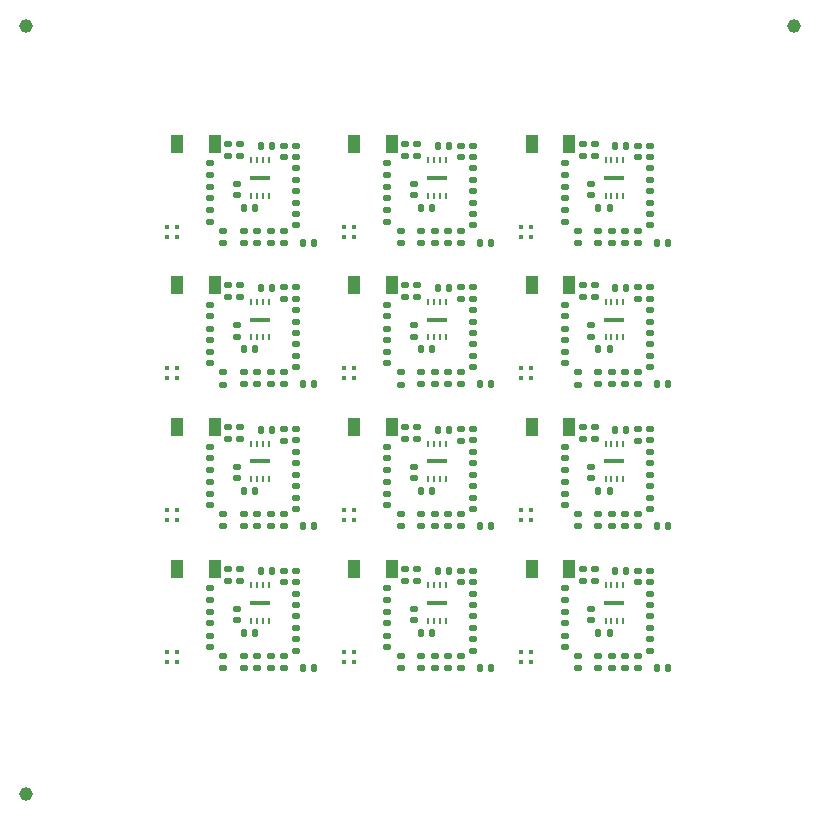
<source format=gbp>
G04 #@! TF.GenerationSoftware,KiCad,Pcbnew,7.0.2-6a45011f42~172~ubuntu22.04.1*
G04 #@! TF.CreationDate,2023-05-28T07:21:03+08:00*
G04 #@! TF.ProjectId,panel_4_3,70616e65-6c5f-4345-9f33-2e6b69636164,rev?*
G04 #@! TF.SameCoordinates,Original*
G04 #@! TF.FileFunction,Paste,Bot*
G04 #@! TF.FilePolarity,Positive*
%FSLAX46Y46*%
G04 Gerber Fmt 4.6, Leading zero omitted, Abs format (unit mm)*
G04 Created by KiCad (PCBNEW 7.0.2-6a45011f42~172~ubuntu22.04.1) date 2023-05-28 07:21:03*
%MOMM*%
%LPD*%
G01*
G04 APERTURE LIST*
G04 Aperture macros list*
%AMRoundRect*
0 Rectangle with rounded corners*
0 $1 Rounding radius*
0 $2 $3 $4 $5 $6 $7 $8 $9 X,Y pos of 4 corners*
0 Add a 4 corners polygon primitive as box body*
4,1,4,$2,$3,$4,$5,$6,$7,$8,$9,$2,$3,0*
0 Add four circle primitives for the rounded corners*
1,1,$1+$1,$2,$3*
1,1,$1+$1,$4,$5*
1,1,$1+$1,$6,$7*
1,1,$1+$1,$8,$9*
0 Add four rect primitives between the rounded corners*
20,1,$1+$1,$2,$3,$4,$5,0*
20,1,$1+$1,$4,$5,$6,$7,0*
20,1,$1+$1,$6,$7,$8,$9,0*
20,1,$1+$1,$8,$9,$2,$3,0*%
G04 Aperture macros list end*
%ADD10C,1.152000*%
%ADD11RoundRect,0.140000X0.170000X-0.140000X0.170000X0.140000X-0.170000X0.140000X-0.170000X-0.140000X0*%
%ADD12R,0.450000X0.450000*%
%ADD13RoundRect,0.135000X-0.185000X0.135000X-0.185000X-0.135000X0.185000X-0.135000X0.185000X0.135000X0*%
%ADD14RoundRect,0.135000X0.185000X-0.135000X0.185000X0.135000X-0.185000X0.135000X-0.185000X-0.135000X0*%
%ADD15RoundRect,0.140000X-0.140000X-0.170000X0.140000X-0.170000X0.140000X0.170000X-0.140000X0.170000X0*%
%ADD16R,1.000000X1.524000*%
%ADD17RoundRect,0.140000X-0.170000X0.140000X-0.170000X-0.140000X0.170000X-0.140000X0.170000X0.140000X0*%
%ADD18R,0.280000X0.600000*%
%ADD19R,1.700000X0.300000*%
%ADD20RoundRect,0.140000X0.140000X0.170000X-0.140000X0.170000X-0.140000X-0.170000X0.140000X-0.170000X0*%
G04 APERTURE END LIST*
D10*
G04 #@! TO.C,REF\u002A\u002A*
X2500000Y-2500000D03*
G04 #@! TD*
G04 #@! TO.C,REF\u002A\u002A*
X67500000Y-2500000D03*
G04 #@! TD*
G04 #@! TO.C,REF\u002A\u002A*
X2500000Y-67500000D03*
G04 #@! TD*
D11*
G04 #@! TO.C,C5*
X55340000Y-29460000D03*
X55340000Y-28500000D03*
G04 #@! TD*
G04 #@! TO.C,C7*
X48070000Y-41085000D03*
X48070000Y-40125000D03*
G04 #@! TD*
D12*
G04 #@! TO.C,U5*
X29405000Y-55495000D03*
X29405000Y-56345000D03*
X30255000Y-55495000D03*
X30255000Y-56345000D03*
G04 #@! TD*
D13*
G04 #@! TO.C,R6*
X20615000Y-36455000D03*
X20615000Y-37475000D03*
G04 #@! TD*
D11*
G04 #@! TO.C,C7*
X33070000Y-17085000D03*
X33070000Y-16125000D03*
G04 #@! TD*
G04 #@! TO.C,C8*
X55340000Y-31395000D03*
X55340000Y-30435000D03*
G04 #@! TD*
D14*
G04 #@! TO.C,R2*
X49180000Y-20860000D03*
X49180000Y-19840000D03*
G04 #@! TD*
G04 #@! TO.C,R2*
X49180000Y-56860000D03*
X49180000Y-55840000D03*
G04 #@! TD*
D15*
G04 #@! TO.C,C12*
X22330000Y-24680000D03*
X23290000Y-24680000D03*
G04 #@! TD*
D13*
G04 #@! TO.C,R11*
X54310000Y-31830000D03*
X54310000Y-32850000D03*
G04 #@! TD*
D11*
G04 #@! TO.C,C7*
X33070000Y-29085000D03*
X33070000Y-28125000D03*
G04 #@! TD*
D16*
G04 #@! TO.C,SW1*
X18470000Y-48455000D03*
X15270000Y-48455000D03*
G04 #@! TD*
D13*
G04 #@! TO.C,R9*
X52070000Y-55830000D03*
X52070000Y-56850000D03*
G04 #@! TD*
G04 #@! TO.C,R11*
X39310000Y-55830000D03*
X39310000Y-56850000D03*
G04 #@! TD*
D11*
G04 #@! TO.C,C10*
X40340000Y-39525000D03*
X40340000Y-38565000D03*
G04 #@! TD*
G04 #@! TO.C,C5*
X40340000Y-17460000D03*
X40340000Y-16500000D03*
G04 #@! TD*
D13*
G04 #@! TO.C,R11*
X24310000Y-43830000D03*
X24310000Y-44850000D03*
G04 #@! TD*
G04 #@! TO.C,R11*
X39310000Y-31830000D03*
X39310000Y-32850000D03*
G04 #@! TD*
G04 #@! TO.C,R5*
X49590000Y-36455000D03*
X49590000Y-37475000D03*
G04 #@! TD*
D17*
G04 #@! TO.C,C4*
X33070000Y-42120000D03*
X33070000Y-43080000D03*
G04 #@! TD*
D18*
G04 #@! TO.C,U2*
X51540000Y-25861000D03*
X52040000Y-25861000D03*
X52540000Y-25861000D03*
X53040000Y-25861000D03*
X53040000Y-28875000D03*
X52540000Y-28875000D03*
X52040000Y-28875000D03*
X51540000Y-28875000D03*
D19*
X52290000Y-27368000D03*
G04 #@! TD*
D18*
G04 #@! TO.C,U2*
X36540000Y-37861000D03*
X37040000Y-37861000D03*
X37540000Y-37861000D03*
X38040000Y-37861000D03*
X38040000Y-40875000D03*
X37540000Y-40875000D03*
X37040000Y-40875000D03*
X36540000Y-40875000D03*
D19*
X37290000Y-39368000D03*
G04 #@! TD*
D11*
G04 #@! TO.C,C10*
X25340000Y-27525000D03*
X25340000Y-26565000D03*
G04 #@! TD*
D17*
G04 #@! TO.C,C4*
X33070000Y-30120000D03*
X33070000Y-31080000D03*
G04 #@! TD*
D11*
G04 #@! TO.C,C14*
X20340000Y-40810000D03*
X20340000Y-39850000D03*
G04 #@! TD*
D17*
G04 #@! TO.C,C11*
X55340000Y-24630000D03*
X55340000Y-25590000D03*
G04 #@! TD*
G04 #@! TO.C,C9*
X54310000Y-12640000D03*
X54310000Y-13600000D03*
G04 #@! TD*
D13*
G04 #@! TO.C,R8*
X50940000Y-43830000D03*
X50940000Y-44850000D03*
G04 #@! TD*
D20*
G04 #@! TO.C,C2*
X36880000Y-41880000D03*
X35920000Y-41880000D03*
G04 #@! TD*
D16*
G04 #@! TO.C,SW1*
X18470000Y-24455000D03*
X15270000Y-24455000D03*
G04 #@! TD*
D11*
G04 #@! TO.C,C5*
X55340000Y-41460000D03*
X55340000Y-40500000D03*
G04 #@! TD*
D13*
G04 #@! TO.C,R9*
X37070000Y-31830000D03*
X37070000Y-32850000D03*
G04 #@! TD*
D11*
G04 #@! TO.C,C14*
X50340000Y-16810000D03*
X50340000Y-15850000D03*
G04 #@! TD*
G04 #@! TO.C,C7*
X18070000Y-17085000D03*
X18070000Y-16125000D03*
G04 #@! TD*
D15*
G04 #@! TO.C,C12*
X52330000Y-36680000D03*
X53290000Y-36680000D03*
G04 #@! TD*
D11*
G04 #@! TO.C,C10*
X40340000Y-15525000D03*
X40340000Y-14565000D03*
G04 #@! TD*
G04 #@! TO.C,C8*
X55340000Y-55395000D03*
X55340000Y-54435000D03*
G04 #@! TD*
D12*
G04 #@! TO.C,U5*
X44405000Y-55495000D03*
X44405000Y-56345000D03*
X45255000Y-55495000D03*
X45255000Y-56345000D03*
G04 #@! TD*
D13*
G04 #@! TO.C,R5*
X49590000Y-24455000D03*
X49590000Y-25475000D03*
G04 #@! TD*
D20*
G04 #@! TO.C,C2*
X21880000Y-53880000D03*
X20920000Y-53880000D03*
G04 #@! TD*
G04 #@! TO.C,C2*
X21880000Y-29880000D03*
X20920000Y-29880000D03*
G04 #@! TD*
D11*
G04 #@! TO.C,C7*
X48070000Y-29085000D03*
X48070000Y-28125000D03*
G04 #@! TD*
D13*
G04 #@! TO.C,R11*
X24310000Y-55830000D03*
X24310000Y-56850000D03*
G04 #@! TD*
D11*
G04 #@! TO.C,C8*
X55340000Y-43395000D03*
X55340000Y-42435000D03*
G04 #@! TD*
D16*
G04 #@! TO.C,SW1*
X48470000Y-24455000D03*
X45270000Y-24455000D03*
G04 #@! TD*
G04 #@! TO.C,SW1*
X18470000Y-36455000D03*
X15270000Y-36455000D03*
G04 #@! TD*
D13*
G04 #@! TO.C,R10*
X53180000Y-55830000D03*
X53180000Y-56850000D03*
G04 #@! TD*
D11*
G04 #@! TO.C,C8*
X25340000Y-55395000D03*
X25340000Y-54435000D03*
G04 #@! TD*
D17*
G04 #@! TO.C,C13*
X48070000Y-26130000D03*
X48070000Y-27090000D03*
G04 #@! TD*
D13*
G04 #@! TO.C,R9*
X37070000Y-43830000D03*
X37070000Y-44850000D03*
G04 #@! TD*
D11*
G04 #@! TO.C,C5*
X40340000Y-41460000D03*
X40340000Y-40500000D03*
G04 #@! TD*
D12*
G04 #@! TO.C,U5*
X44405000Y-31495000D03*
X44405000Y-32345000D03*
X45255000Y-31495000D03*
X45255000Y-32345000D03*
G04 #@! TD*
D20*
G04 #@! TO.C,C6*
X56860000Y-56850000D03*
X55900000Y-56850000D03*
G04 #@! TD*
D13*
G04 #@! TO.C,R6*
X20615000Y-12455000D03*
X20615000Y-13475000D03*
G04 #@! TD*
G04 #@! TO.C,R9*
X37070000Y-55830000D03*
X37070000Y-56850000D03*
G04 #@! TD*
D11*
G04 #@! TO.C,C10*
X55340000Y-27525000D03*
X55340000Y-26565000D03*
G04 #@! TD*
D18*
G04 #@! TO.C,U2*
X21540000Y-37861000D03*
X22040000Y-37861000D03*
X22540000Y-37861000D03*
X23040000Y-37861000D03*
X23040000Y-40875000D03*
X22540000Y-40875000D03*
X22040000Y-40875000D03*
X21540000Y-40875000D03*
D19*
X22290000Y-39368000D03*
G04 #@! TD*
D16*
G04 #@! TO.C,SW1*
X33470000Y-12455000D03*
X30270000Y-12455000D03*
G04 #@! TD*
D15*
G04 #@! TO.C,C12*
X22330000Y-48680000D03*
X23290000Y-48680000D03*
G04 #@! TD*
D11*
G04 #@! TO.C,C14*
X20340000Y-52810000D03*
X20340000Y-51850000D03*
G04 #@! TD*
D13*
G04 #@! TO.C,R6*
X35615000Y-12455000D03*
X35615000Y-13475000D03*
G04 #@! TD*
D11*
G04 #@! TO.C,C14*
X20340000Y-28810000D03*
X20340000Y-27850000D03*
G04 #@! TD*
D15*
G04 #@! TO.C,C12*
X37330000Y-36680000D03*
X38290000Y-36680000D03*
G04 #@! TD*
D13*
G04 #@! TO.C,R10*
X53180000Y-19830000D03*
X53180000Y-20850000D03*
G04 #@! TD*
G04 #@! TO.C,R8*
X50940000Y-19830000D03*
X50940000Y-20850000D03*
G04 #@! TD*
D14*
G04 #@! TO.C,R2*
X19180000Y-20860000D03*
X19180000Y-19840000D03*
G04 #@! TD*
D11*
G04 #@! TO.C,C8*
X55340000Y-19395000D03*
X55340000Y-18435000D03*
G04 #@! TD*
D13*
G04 #@! TO.C,R10*
X38180000Y-31830000D03*
X38180000Y-32850000D03*
G04 #@! TD*
G04 #@! TO.C,R6*
X50615000Y-12455000D03*
X50615000Y-13475000D03*
G04 #@! TD*
D11*
G04 #@! TO.C,C7*
X48070000Y-53085000D03*
X48070000Y-52125000D03*
G04 #@! TD*
G04 #@! TO.C,C5*
X25340000Y-17460000D03*
X25340000Y-16500000D03*
G04 #@! TD*
D17*
G04 #@! TO.C,C13*
X18070000Y-14130000D03*
X18070000Y-15090000D03*
G04 #@! TD*
G04 #@! TO.C,C9*
X24310000Y-48640000D03*
X24310000Y-49600000D03*
G04 #@! TD*
D18*
G04 #@! TO.C,U2*
X36540000Y-25861000D03*
X37040000Y-25861000D03*
X37540000Y-25861000D03*
X38040000Y-25861000D03*
X38040000Y-28875000D03*
X37540000Y-28875000D03*
X37040000Y-28875000D03*
X36540000Y-28875000D03*
D19*
X37290000Y-27368000D03*
G04 #@! TD*
D13*
G04 #@! TO.C,R10*
X38180000Y-19830000D03*
X38180000Y-20850000D03*
G04 #@! TD*
D15*
G04 #@! TO.C,C12*
X52330000Y-24680000D03*
X53290000Y-24680000D03*
G04 #@! TD*
D12*
G04 #@! TO.C,U5*
X14405000Y-55495000D03*
X14405000Y-56345000D03*
X15255000Y-55495000D03*
X15255000Y-56345000D03*
G04 #@! TD*
D11*
G04 #@! TO.C,C5*
X55340000Y-17460000D03*
X55340000Y-16500000D03*
G04 #@! TD*
D13*
G04 #@! TO.C,R5*
X19590000Y-48455000D03*
X19590000Y-49475000D03*
G04 #@! TD*
D18*
G04 #@! TO.C,U2*
X21540000Y-25861000D03*
X22040000Y-25861000D03*
X22540000Y-25861000D03*
X23040000Y-25861000D03*
X23040000Y-28875000D03*
X22540000Y-28875000D03*
X22040000Y-28875000D03*
X21540000Y-28875000D03*
D19*
X22290000Y-27368000D03*
G04 #@! TD*
D14*
G04 #@! TO.C,R2*
X34180000Y-32860000D03*
X34180000Y-31840000D03*
G04 #@! TD*
D20*
G04 #@! TO.C,C2*
X51880000Y-41880000D03*
X50920000Y-41880000D03*
G04 #@! TD*
D13*
G04 #@! TO.C,R5*
X49590000Y-48455000D03*
X49590000Y-49475000D03*
G04 #@! TD*
D11*
G04 #@! TO.C,C7*
X33070000Y-53085000D03*
X33070000Y-52125000D03*
G04 #@! TD*
D18*
G04 #@! TO.C,U2*
X21540000Y-49861000D03*
X22040000Y-49861000D03*
X22540000Y-49861000D03*
X23040000Y-49861000D03*
X23040000Y-52875000D03*
X22540000Y-52875000D03*
X22040000Y-52875000D03*
X21540000Y-52875000D03*
D19*
X22290000Y-51368000D03*
G04 #@! TD*
D13*
G04 #@! TO.C,R5*
X19590000Y-24455000D03*
X19590000Y-25475000D03*
G04 #@! TD*
G04 #@! TO.C,R6*
X50615000Y-36455000D03*
X50615000Y-37475000D03*
G04 #@! TD*
D11*
G04 #@! TO.C,C5*
X55340000Y-53460000D03*
X55340000Y-52500000D03*
G04 #@! TD*
D17*
G04 #@! TO.C,C4*
X18070000Y-30120000D03*
X18070000Y-31080000D03*
G04 #@! TD*
D11*
G04 #@! TO.C,C14*
X35340000Y-28810000D03*
X35340000Y-27850000D03*
G04 #@! TD*
D17*
G04 #@! TO.C,C4*
X18070000Y-18120000D03*
X18070000Y-19080000D03*
G04 #@! TD*
G04 #@! TO.C,C9*
X24310000Y-36640000D03*
X24310000Y-37600000D03*
G04 #@! TD*
G04 #@! TO.C,C4*
X33070000Y-18120000D03*
X33070000Y-19080000D03*
G04 #@! TD*
D14*
G04 #@! TO.C,R2*
X34180000Y-20860000D03*
X34180000Y-19840000D03*
G04 #@! TD*
D20*
G04 #@! TO.C,C6*
X56860000Y-20850000D03*
X55900000Y-20850000D03*
G04 #@! TD*
D17*
G04 #@! TO.C,C11*
X55340000Y-48630000D03*
X55340000Y-49590000D03*
G04 #@! TD*
D11*
G04 #@! TO.C,C14*
X20340000Y-16810000D03*
X20340000Y-15850000D03*
G04 #@! TD*
G04 #@! TO.C,C10*
X55340000Y-15525000D03*
X55340000Y-14565000D03*
G04 #@! TD*
D13*
G04 #@! TO.C,R10*
X23180000Y-43830000D03*
X23180000Y-44850000D03*
G04 #@! TD*
D17*
G04 #@! TO.C,C9*
X39310000Y-12640000D03*
X39310000Y-13600000D03*
G04 #@! TD*
D20*
G04 #@! TO.C,C6*
X26860000Y-20850000D03*
X25900000Y-20850000D03*
G04 #@! TD*
D12*
G04 #@! TO.C,U5*
X29405000Y-31495000D03*
X29405000Y-32345000D03*
X30255000Y-31495000D03*
X30255000Y-32345000D03*
G04 #@! TD*
D13*
G04 #@! TO.C,R8*
X20940000Y-19830000D03*
X20940000Y-20850000D03*
G04 #@! TD*
D11*
G04 #@! TO.C,C14*
X35340000Y-40810000D03*
X35340000Y-39850000D03*
G04 #@! TD*
D18*
G04 #@! TO.C,U2*
X36540000Y-49861000D03*
X37040000Y-49861000D03*
X37540000Y-49861000D03*
X38040000Y-49861000D03*
X38040000Y-52875000D03*
X37540000Y-52875000D03*
X37040000Y-52875000D03*
X36540000Y-52875000D03*
D19*
X37290000Y-51368000D03*
G04 #@! TD*
D14*
G04 #@! TO.C,R2*
X34180000Y-56860000D03*
X34180000Y-55840000D03*
G04 #@! TD*
D16*
G04 #@! TO.C,SW1*
X48470000Y-12455000D03*
X45270000Y-12455000D03*
G04 #@! TD*
G04 #@! TO.C,SW1*
X48470000Y-48455000D03*
X45270000Y-48455000D03*
G04 #@! TD*
D18*
G04 #@! TO.C,U2*
X36540000Y-13861000D03*
X37040000Y-13861000D03*
X37540000Y-13861000D03*
X38040000Y-13861000D03*
X38040000Y-16875000D03*
X37540000Y-16875000D03*
X37040000Y-16875000D03*
X36540000Y-16875000D03*
D19*
X37290000Y-15368000D03*
G04 #@! TD*
D11*
G04 #@! TO.C,C5*
X40340000Y-53460000D03*
X40340000Y-52500000D03*
G04 #@! TD*
D13*
G04 #@! TO.C,R9*
X52070000Y-43830000D03*
X52070000Y-44850000D03*
G04 #@! TD*
D16*
G04 #@! TO.C,SW1*
X33470000Y-24455000D03*
X30270000Y-24455000D03*
G04 #@! TD*
D17*
G04 #@! TO.C,C13*
X18070000Y-26130000D03*
X18070000Y-27090000D03*
G04 #@! TD*
D11*
G04 #@! TO.C,C5*
X40340000Y-29460000D03*
X40340000Y-28500000D03*
G04 #@! TD*
D14*
G04 #@! TO.C,R2*
X49180000Y-32860000D03*
X49180000Y-31840000D03*
G04 #@! TD*
D13*
G04 #@! TO.C,R11*
X24310000Y-19830000D03*
X24310000Y-20850000D03*
G04 #@! TD*
G04 #@! TO.C,R8*
X35940000Y-31830000D03*
X35940000Y-32850000D03*
G04 #@! TD*
G04 #@! TO.C,R6*
X20615000Y-48455000D03*
X20615000Y-49475000D03*
G04 #@! TD*
G04 #@! TO.C,R10*
X23180000Y-19830000D03*
X23180000Y-20850000D03*
G04 #@! TD*
D15*
G04 #@! TO.C,C12*
X37330000Y-12680000D03*
X38290000Y-12680000D03*
G04 #@! TD*
D13*
G04 #@! TO.C,R9*
X52070000Y-19830000D03*
X52070000Y-20850000D03*
G04 #@! TD*
G04 #@! TO.C,R5*
X34590000Y-12455000D03*
X34590000Y-13475000D03*
G04 #@! TD*
D17*
G04 #@! TO.C,C4*
X48070000Y-18120000D03*
X48070000Y-19080000D03*
G04 #@! TD*
D12*
G04 #@! TO.C,U5*
X14405000Y-31495000D03*
X14405000Y-32345000D03*
X15255000Y-31495000D03*
X15255000Y-32345000D03*
G04 #@! TD*
D20*
G04 #@! TO.C,C6*
X41860000Y-56850000D03*
X40900000Y-56850000D03*
G04 #@! TD*
D17*
G04 #@! TO.C,C4*
X48070000Y-54120000D03*
X48070000Y-55080000D03*
G04 #@! TD*
D13*
G04 #@! TO.C,R11*
X39310000Y-43830000D03*
X39310000Y-44850000D03*
G04 #@! TD*
G04 #@! TO.C,R9*
X52070000Y-31830000D03*
X52070000Y-32850000D03*
G04 #@! TD*
D11*
G04 #@! TO.C,C10*
X55340000Y-39525000D03*
X55340000Y-38565000D03*
G04 #@! TD*
G04 #@! TO.C,C14*
X50340000Y-52810000D03*
X50340000Y-51850000D03*
G04 #@! TD*
D13*
G04 #@! TO.C,R6*
X35615000Y-48455000D03*
X35615000Y-49475000D03*
G04 #@! TD*
D17*
G04 #@! TO.C,C4*
X48070000Y-30120000D03*
X48070000Y-31080000D03*
G04 #@! TD*
D14*
G04 #@! TO.C,R2*
X49180000Y-44860000D03*
X49180000Y-43840000D03*
G04 #@! TD*
D13*
G04 #@! TO.C,R11*
X54310000Y-19830000D03*
X54310000Y-20850000D03*
G04 #@! TD*
D20*
G04 #@! TO.C,C6*
X41860000Y-44850000D03*
X40900000Y-44850000D03*
G04 #@! TD*
D13*
G04 #@! TO.C,R5*
X49590000Y-12455000D03*
X49590000Y-13475000D03*
G04 #@! TD*
D17*
G04 #@! TO.C,C13*
X48070000Y-14130000D03*
X48070000Y-15090000D03*
G04 #@! TD*
G04 #@! TO.C,C9*
X54310000Y-24640000D03*
X54310000Y-25600000D03*
G04 #@! TD*
D13*
G04 #@! TO.C,R10*
X23180000Y-31830000D03*
X23180000Y-32850000D03*
G04 #@! TD*
D11*
G04 #@! TO.C,C7*
X18070000Y-29085000D03*
X18070000Y-28125000D03*
G04 #@! TD*
D13*
G04 #@! TO.C,R9*
X37070000Y-19830000D03*
X37070000Y-20850000D03*
G04 #@! TD*
G04 #@! TO.C,R8*
X50940000Y-55830000D03*
X50940000Y-56850000D03*
G04 #@! TD*
D17*
G04 #@! TO.C,C11*
X25340000Y-12630000D03*
X25340000Y-13590000D03*
G04 #@! TD*
D13*
G04 #@! TO.C,R11*
X54310000Y-55830000D03*
X54310000Y-56850000D03*
G04 #@! TD*
D14*
G04 #@! TO.C,R2*
X19180000Y-44860000D03*
X19180000Y-43840000D03*
G04 #@! TD*
G04 #@! TO.C,R2*
X19180000Y-32860000D03*
X19180000Y-31840000D03*
G04 #@! TD*
D12*
G04 #@! TO.C,U5*
X44405000Y-43495000D03*
X44405000Y-44345000D03*
X45255000Y-43495000D03*
X45255000Y-44345000D03*
G04 #@! TD*
G04 #@! TO.C,U5*
X44405000Y-19495000D03*
X44405000Y-20345000D03*
X45255000Y-19495000D03*
X45255000Y-20345000D03*
G04 #@! TD*
D20*
G04 #@! TO.C,C6*
X41860000Y-32850000D03*
X40900000Y-32850000D03*
G04 #@! TD*
D17*
G04 #@! TO.C,C9*
X39310000Y-36640000D03*
X39310000Y-37600000D03*
G04 #@! TD*
D11*
G04 #@! TO.C,C5*
X25340000Y-29460000D03*
X25340000Y-28500000D03*
G04 #@! TD*
D17*
G04 #@! TO.C,C9*
X39310000Y-48640000D03*
X39310000Y-49600000D03*
G04 #@! TD*
D20*
G04 #@! TO.C,C2*
X36880000Y-29880000D03*
X35920000Y-29880000D03*
G04 #@! TD*
D15*
G04 #@! TO.C,C12*
X52330000Y-12680000D03*
X53290000Y-12680000D03*
G04 #@! TD*
D17*
G04 #@! TO.C,C13*
X48070000Y-38130000D03*
X48070000Y-39090000D03*
G04 #@! TD*
D16*
G04 #@! TO.C,SW1*
X48470000Y-36455000D03*
X45270000Y-36455000D03*
G04 #@! TD*
D11*
G04 #@! TO.C,C10*
X25340000Y-51525000D03*
X25340000Y-50565000D03*
G04 #@! TD*
D17*
G04 #@! TO.C,C13*
X33070000Y-50130000D03*
X33070000Y-51090000D03*
G04 #@! TD*
D13*
G04 #@! TO.C,R10*
X53180000Y-31830000D03*
X53180000Y-32850000D03*
G04 #@! TD*
D20*
G04 #@! TO.C,C6*
X56860000Y-32850000D03*
X55900000Y-32850000D03*
G04 #@! TD*
D13*
G04 #@! TO.C,R10*
X53180000Y-43830000D03*
X53180000Y-44850000D03*
G04 #@! TD*
D11*
G04 #@! TO.C,C14*
X50340000Y-28810000D03*
X50340000Y-27850000D03*
G04 #@! TD*
D13*
G04 #@! TO.C,R9*
X22070000Y-55830000D03*
X22070000Y-56850000D03*
G04 #@! TD*
D11*
G04 #@! TO.C,C7*
X33070000Y-41085000D03*
X33070000Y-40125000D03*
G04 #@! TD*
D18*
G04 #@! TO.C,U2*
X51540000Y-37861000D03*
X52040000Y-37861000D03*
X52540000Y-37861000D03*
X53040000Y-37861000D03*
X53040000Y-40875000D03*
X52540000Y-40875000D03*
X52040000Y-40875000D03*
X51540000Y-40875000D03*
D19*
X52290000Y-39368000D03*
G04 #@! TD*
D18*
G04 #@! TO.C,U2*
X51540000Y-49861000D03*
X52040000Y-49861000D03*
X52540000Y-49861000D03*
X53040000Y-49861000D03*
X53040000Y-52875000D03*
X52540000Y-52875000D03*
X52040000Y-52875000D03*
X51540000Y-52875000D03*
D19*
X52290000Y-51368000D03*
G04 #@! TD*
D20*
G04 #@! TO.C,C2*
X51880000Y-17880000D03*
X50920000Y-17880000D03*
G04 #@! TD*
D13*
G04 #@! TO.C,R11*
X39310000Y-19830000D03*
X39310000Y-20850000D03*
G04 #@! TD*
D17*
G04 #@! TO.C,C13*
X18070000Y-38130000D03*
X18070000Y-39090000D03*
G04 #@! TD*
G04 #@! TO.C,C13*
X33070000Y-26130000D03*
X33070000Y-27090000D03*
G04 #@! TD*
D13*
G04 #@! TO.C,R6*
X50615000Y-24455000D03*
X50615000Y-25475000D03*
G04 #@! TD*
D17*
G04 #@! TO.C,C13*
X33070000Y-38130000D03*
X33070000Y-39090000D03*
G04 #@! TD*
G04 #@! TO.C,C4*
X48070000Y-42120000D03*
X48070000Y-43080000D03*
G04 #@! TD*
G04 #@! TO.C,C13*
X33070000Y-14130000D03*
X33070000Y-15090000D03*
G04 #@! TD*
D20*
G04 #@! TO.C,C2*
X21880000Y-41880000D03*
X20920000Y-41880000D03*
G04 #@! TD*
D13*
G04 #@! TO.C,R8*
X35940000Y-19830000D03*
X35940000Y-20850000D03*
G04 #@! TD*
D17*
G04 #@! TO.C,C11*
X55340000Y-12630000D03*
X55340000Y-13590000D03*
G04 #@! TD*
D15*
G04 #@! TO.C,C12*
X22330000Y-36680000D03*
X23290000Y-36680000D03*
G04 #@! TD*
D17*
G04 #@! TO.C,C11*
X25340000Y-36630000D03*
X25340000Y-37590000D03*
G04 #@! TD*
D16*
G04 #@! TO.C,SW1*
X18470000Y-12455000D03*
X15270000Y-12455000D03*
G04 #@! TD*
D11*
G04 #@! TO.C,C8*
X40340000Y-31395000D03*
X40340000Y-30435000D03*
G04 #@! TD*
D17*
G04 #@! TO.C,C9*
X24310000Y-24640000D03*
X24310000Y-25600000D03*
G04 #@! TD*
D16*
G04 #@! TO.C,SW1*
X33470000Y-36455000D03*
X30270000Y-36455000D03*
G04 #@! TD*
D11*
G04 #@! TO.C,C8*
X25340000Y-43395000D03*
X25340000Y-42435000D03*
G04 #@! TD*
D13*
G04 #@! TO.C,R10*
X23180000Y-55830000D03*
X23180000Y-56850000D03*
G04 #@! TD*
D12*
G04 #@! TO.C,U5*
X14405000Y-43495000D03*
X14405000Y-44345000D03*
X15255000Y-43495000D03*
X15255000Y-44345000D03*
G04 #@! TD*
D17*
G04 #@! TO.C,C11*
X40340000Y-12630000D03*
X40340000Y-13590000D03*
G04 #@! TD*
D11*
G04 #@! TO.C,C8*
X40340000Y-55395000D03*
X40340000Y-54435000D03*
G04 #@! TD*
D15*
G04 #@! TO.C,C12*
X52330000Y-48680000D03*
X53290000Y-48680000D03*
G04 #@! TD*
D11*
G04 #@! TO.C,C7*
X48070000Y-17085000D03*
X48070000Y-16125000D03*
G04 #@! TD*
D15*
G04 #@! TO.C,C12*
X37330000Y-48680000D03*
X38290000Y-48680000D03*
G04 #@! TD*
D13*
G04 #@! TO.C,R6*
X50615000Y-48455000D03*
X50615000Y-49475000D03*
G04 #@! TD*
G04 #@! TO.C,R8*
X20940000Y-31830000D03*
X20940000Y-32850000D03*
G04 #@! TD*
D17*
G04 #@! TO.C,C4*
X33070000Y-54120000D03*
X33070000Y-55080000D03*
G04 #@! TD*
D11*
G04 #@! TO.C,C14*
X50340000Y-40810000D03*
X50340000Y-39850000D03*
G04 #@! TD*
D20*
G04 #@! TO.C,C6*
X26860000Y-56850000D03*
X25900000Y-56850000D03*
G04 #@! TD*
D14*
G04 #@! TO.C,R2*
X19180000Y-56860000D03*
X19180000Y-55840000D03*
G04 #@! TD*
D13*
G04 #@! TO.C,R8*
X20940000Y-55830000D03*
X20940000Y-56850000D03*
G04 #@! TD*
D20*
G04 #@! TO.C,C6*
X56860000Y-44850000D03*
X55900000Y-44850000D03*
G04 #@! TD*
D11*
G04 #@! TO.C,C10*
X25340000Y-39525000D03*
X25340000Y-38565000D03*
G04 #@! TD*
G04 #@! TO.C,C7*
X18070000Y-41085000D03*
X18070000Y-40125000D03*
G04 #@! TD*
G04 #@! TO.C,C7*
X18070000Y-53085000D03*
X18070000Y-52125000D03*
G04 #@! TD*
D13*
G04 #@! TO.C,R5*
X34590000Y-36455000D03*
X34590000Y-37475000D03*
G04 #@! TD*
G04 #@! TO.C,R6*
X35615000Y-36455000D03*
X35615000Y-37475000D03*
G04 #@! TD*
D20*
G04 #@! TO.C,C2*
X36880000Y-53880000D03*
X35920000Y-53880000D03*
G04 #@! TD*
D17*
G04 #@! TO.C,C4*
X18070000Y-54120000D03*
X18070000Y-55080000D03*
G04 #@! TD*
D12*
G04 #@! TO.C,U5*
X14405000Y-19495000D03*
X14405000Y-20345000D03*
X15255000Y-19495000D03*
X15255000Y-20345000D03*
G04 #@! TD*
D13*
G04 #@! TO.C,R5*
X34590000Y-48455000D03*
X34590000Y-49475000D03*
G04 #@! TD*
D17*
G04 #@! TO.C,C4*
X18070000Y-42120000D03*
X18070000Y-43080000D03*
G04 #@! TD*
G04 #@! TO.C,C11*
X25340000Y-48630000D03*
X25340000Y-49590000D03*
G04 #@! TD*
G04 #@! TO.C,C9*
X24310000Y-12640000D03*
X24310000Y-13600000D03*
G04 #@! TD*
D13*
G04 #@! TO.C,R11*
X24310000Y-31830000D03*
X24310000Y-32850000D03*
G04 #@! TD*
D11*
G04 #@! TO.C,C10*
X40340000Y-51525000D03*
X40340000Y-50565000D03*
G04 #@! TD*
D17*
G04 #@! TO.C,C11*
X40340000Y-36630000D03*
X40340000Y-37590000D03*
G04 #@! TD*
G04 #@! TO.C,C9*
X54310000Y-48640000D03*
X54310000Y-49600000D03*
G04 #@! TD*
D11*
G04 #@! TO.C,C8*
X40340000Y-43395000D03*
X40340000Y-42435000D03*
G04 #@! TD*
D13*
G04 #@! TO.C,R6*
X20615000Y-24455000D03*
X20615000Y-25475000D03*
G04 #@! TD*
D17*
G04 #@! TO.C,C11*
X55340000Y-36630000D03*
X55340000Y-37590000D03*
G04 #@! TD*
D13*
G04 #@! TO.C,R9*
X22070000Y-31830000D03*
X22070000Y-32850000D03*
G04 #@! TD*
G04 #@! TO.C,R8*
X35940000Y-55830000D03*
X35940000Y-56850000D03*
G04 #@! TD*
D14*
G04 #@! TO.C,R2*
X34180000Y-44860000D03*
X34180000Y-43840000D03*
G04 #@! TD*
D13*
G04 #@! TO.C,R10*
X38180000Y-55830000D03*
X38180000Y-56850000D03*
G04 #@! TD*
G04 #@! TO.C,R5*
X19590000Y-12455000D03*
X19590000Y-13475000D03*
G04 #@! TD*
G04 #@! TO.C,R5*
X34590000Y-24455000D03*
X34590000Y-25475000D03*
G04 #@! TD*
D17*
G04 #@! TO.C,C13*
X18070000Y-50130000D03*
X18070000Y-51090000D03*
G04 #@! TD*
D20*
G04 #@! TO.C,C2*
X21880000Y-17880000D03*
X20920000Y-17880000D03*
G04 #@! TD*
D17*
G04 #@! TO.C,C11*
X40340000Y-48630000D03*
X40340000Y-49590000D03*
G04 #@! TD*
D11*
G04 #@! TO.C,C10*
X55340000Y-51525000D03*
X55340000Y-50565000D03*
G04 #@! TD*
D13*
G04 #@! TO.C,R8*
X50940000Y-31830000D03*
X50940000Y-32850000D03*
G04 #@! TD*
D17*
G04 #@! TO.C,C11*
X25340000Y-24630000D03*
X25340000Y-25590000D03*
G04 #@! TD*
D16*
G04 #@! TO.C,SW1*
X33470000Y-48455000D03*
X30270000Y-48455000D03*
G04 #@! TD*
D13*
G04 #@! TO.C,R9*
X22070000Y-19830000D03*
X22070000Y-20850000D03*
G04 #@! TD*
D11*
G04 #@! TO.C,C10*
X40340000Y-27525000D03*
X40340000Y-26565000D03*
G04 #@! TD*
D17*
G04 #@! TO.C,C9*
X39310000Y-24640000D03*
X39310000Y-25600000D03*
G04 #@! TD*
D18*
G04 #@! TO.C,U2*
X21540000Y-13861000D03*
X22040000Y-13861000D03*
X22540000Y-13861000D03*
X23040000Y-13861000D03*
X23040000Y-16875000D03*
X22540000Y-16875000D03*
X22040000Y-16875000D03*
X21540000Y-16875000D03*
D19*
X22290000Y-15368000D03*
G04 #@! TD*
D11*
G04 #@! TO.C,C14*
X35340000Y-52810000D03*
X35340000Y-51850000D03*
G04 #@! TD*
D20*
G04 #@! TO.C,C2*
X36880000Y-17880000D03*
X35920000Y-17880000D03*
G04 #@! TD*
D17*
G04 #@! TO.C,C13*
X48070000Y-50130000D03*
X48070000Y-51090000D03*
G04 #@! TD*
D11*
G04 #@! TO.C,C8*
X25340000Y-19395000D03*
X25340000Y-18435000D03*
G04 #@! TD*
D17*
G04 #@! TO.C,C9*
X54310000Y-36640000D03*
X54310000Y-37600000D03*
G04 #@! TD*
G04 #@! TO.C,C11*
X40340000Y-24630000D03*
X40340000Y-25590000D03*
G04 #@! TD*
D13*
G04 #@! TO.C,R8*
X20940000Y-43830000D03*
X20940000Y-44850000D03*
G04 #@! TD*
G04 #@! TO.C,R8*
X35940000Y-43830000D03*
X35940000Y-44850000D03*
G04 #@! TD*
D11*
G04 #@! TO.C,C5*
X25340000Y-53460000D03*
X25340000Y-52500000D03*
G04 #@! TD*
D20*
G04 #@! TO.C,C6*
X26860000Y-44850000D03*
X25900000Y-44850000D03*
G04 #@! TD*
D13*
G04 #@! TO.C,R11*
X54310000Y-43830000D03*
X54310000Y-44850000D03*
G04 #@! TD*
D11*
G04 #@! TO.C,C8*
X25340000Y-31395000D03*
X25340000Y-30435000D03*
G04 #@! TD*
G04 #@! TO.C,C10*
X25340000Y-15525000D03*
X25340000Y-14565000D03*
G04 #@! TD*
D20*
G04 #@! TO.C,C2*
X51880000Y-29880000D03*
X50920000Y-29880000D03*
G04 #@! TD*
D12*
G04 #@! TO.C,U5*
X29405000Y-19495000D03*
X29405000Y-20345000D03*
X30255000Y-19495000D03*
X30255000Y-20345000D03*
G04 #@! TD*
D13*
G04 #@! TO.C,R5*
X19590000Y-36455000D03*
X19590000Y-37475000D03*
G04 #@! TD*
D20*
G04 #@! TO.C,C6*
X26860000Y-32850000D03*
X25900000Y-32850000D03*
G04 #@! TD*
D13*
G04 #@! TO.C,R10*
X38180000Y-43830000D03*
X38180000Y-44850000D03*
G04 #@! TD*
D15*
G04 #@! TO.C,C12*
X37330000Y-24680000D03*
X38290000Y-24680000D03*
G04 #@! TD*
D13*
G04 #@! TO.C,R6*
X35615000Y-24455000D03*
X35615000Y-25475000D03*
G04 #@! TD*
D20*
G04 #@! TO.C,C2*
X51880000Y-53880000D03*
X50920000Y-53880000D03*
G04 #@! TD*
D11*
G04 #@! TO.C,C8*
X40340000Y-19395000D03*
X40340000Y-18435000D03*
G04 #@! TD*
D12*
G04 #@! TO.C,U5*
X29405000Y-43495000D03*
X29405000Y-44345000D03*
X30255000Y-43495000D03*
X30255000Y-44345000D03*
G04 #@! TD*
D11*
G04 #@! TO.C,C5*
X25340000Y-41460000D03*
X25340000Y-40500000D03*
G04 #@! TD*
G04 #@! TO.C,C14*
X35340000Y-16810000D03*
X35340000Y-15850000D03*
G04 #@! TD*
D15*
G04 #@! TO.C,C12*
X22330000Y-12680000D03*
X23290000Y-12680000D03*
G04 #@! TD*
D13*
G04 #@! TO.C,R9*
X22070000Y-43830000D03*
X22070000Y-44850000D03*
G04 #@! TD*
D20*
G04 #@! TO.C,C6*
X41860000Y-20850000D03*
X40900000Y-20850000D03*
G04 #@! TD*
D18*
G04 #@! TO.C,U2*
X51540000Y-13861000D03*
X52040000Y-13861000D03*
X52540000Y-13861000D03*
X53040000Y-13861000D03*
X53040000Y-16875000D03*
X52540000Y-16875000D03*
X52040000Y-16875000D03*
X51540000Y-16875000D03*
D19*
X52290000Y-15368000D03*
G04 #@! TD*
M02*

</source>
